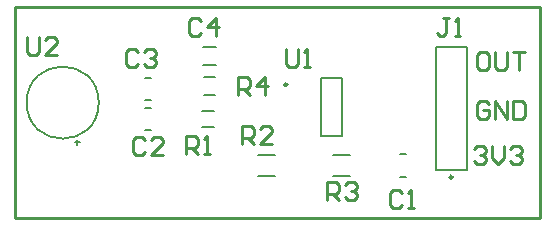
<source format=gto>
G04*
G04 #@! TF.GenerationSoftware,Altium Limited,Altium Designer,23.1.1 (15)*
G04*
G04 Layer_Color=65535*
%FSLAX44Y44*%
%MOMM*%
G71*
G04*
G04 #@! TF.SameCoordinates,77F5CA13-7D53-4519-B7AC-21487DD3C2A2*
G04*
G04*
G04 #@! TF.FilePolarity,Positive*
G04*
G01*
G75*
%ADD10C,0.2500*%
%ADD11C,0.1500*%
%ADD12C,0.2540*%
%ADD13C,0.2000*%
D10*
X571049Y817880D02*
G03*
X571049Y817880I-1250J0D01*
G01*
X711180Y739510D02*
G03*
X711180Y739510I-1250J0D01*
G01*
D11*
X411500Y802640D02*
G03*
X411500Y802640I-30500J0D01*
G01*
D12*
X340360Y704850D02*
X784860D01*
X340360Y883920D02*
X784860D01*
Y704850D02*
Y883920D01*
X340360Y704850D02*
Y883920D01*
X728980Y763266D02*
X731519Y765805D01*
X736598D01*
X739137Y763266D01*
Y760727D01*
X736598Y758187D01*
X734058D01*
X736598D01*
X739137Y755648D01*
Y753109D01*
X736598Y750570D01*
X731519D01*
X728980Y753109D01*
X744215Y765805D02*
Y755648D01*
X749293Y750570D01*
X754372Y755648D01*
Y765805D01*
X759450Y763266D02*
X761989Y765805D01*
X767068D01*
X769607Y763266D01*
Y760727D01*
X767068Y758187D01*
X764529D01*
X767068D01*
X769607Y755648D01*
Y753109D01*
X767068Y750570D01*
X761989D01*
X759450Y753109D01*
X741677Y801366D02*
X739137Y803905D01*
X734059D01*
X731520Y801366D01*
Y791209D01*
X734059Y788670D01*
X739137D01*
X741677Y791209D01*
Y796288D01*
X736598D01*
X746755Y788670D02*
Y803905D01*
X756912Y788670D01*
Y803905D01*
X761990D02*
Y788670D01*
X769608D01*
X772147Y791209D01*
Y801366D01*
X769608Y803905D01*
X761990D01*
X739137Y845815D02*
X734059D01*
X731520Y843276D01*
Y833119D01*
X734059Y830580D01*
X739137D01*
X741677Y833119D01*
Y843276D01*
X739137Y845815D01*
X746755D02*
Y833119D01*
X749294Y830580D01*
X754373D01*
X756912Y833119D01*
Y845815D01*
X761990D02*
X772147D01*
X767068D01*
Y830580D01*
X351028Y858007D02*
Y845311D01*
X353567Y842772D01*
X358646D01*
X361185Y845311D01*
Y858007D01*
X376420Y842772D02*
X366263D01*
X376420Y852929D01*
Y855468D01*
X373881Y858007D01*
X368802D01*
X366263Y855468D01*
X569722Y848101D02*
Y835405D01*
X572261Y832866D01*
X577340D01*
X579879Y835405D01*
Y848101D01*
X584957Y832866D02*
X590035D01*
X587496D01*
Y848101D01*
X584957Y845562D01*
X529594Y808992D02*
Y824228D01*
X537212D01*
X539751Y821688D01*
Y816610D01*
X537212Y814071D01*
X529594D01*
X534673D02*
X539751Y808992D01*
X552447D02*
Y824228D01*
X544829Y816610D01*
X554986D01*
X604524Y720092D02*
Y735328D01*
X612142D01*
X614681Y732788D01*
Y727710D01*
X612142Y725171D01*
X604524D01*
X609603D02*
X614681Y720092D01*
X619759Y732788D02*
X622298Y735328D01*
X627377D01*
X629916Y732788D01*
Y730249D01*
X627377Y727710D01*
X624837D01*
X627377D01*
X629916Y725171D01*
Y722632D01*
X627377Y720092D01*
X622298D01*
X619759Y722632D01*
X533146Y767588D02*
Y782823D01*
X540764D01*
X543303Y780284D01*
Y775206D01*
X540764Y772666D01*
X533146D01*
X538224D02*
X543303Y767588D01*
X558538D02*
X548381D01*
X558538Y777745D01*
Y780284D01*
X555999Y782823D01*
X550920D01*
X548381Y780284D01*
X485143Y759463D02*
Y774697D01*
X492761D01*
X495300Y772158D01*
Y767080D01*
X492761Y764541D01*
X485143D01*
X490222D02*
X495300Y759463D01*
X500378D02*
X505457D01*
X502918D01*
Y774697D01*
X500378Y772158D01*
X707641Y874517D02*
X702562D01*
X705101D01*
Y861821D01*
X702562Y859282D01*
X700023D01*
X697484Y861821D01*
X712719Y859282D02*
X717797D01*
X715258D01*
Y874517D01*
X712719Y871978D01*
X497837D02*
X495298Y874517D01*
X490219D01*
X487680Y871978D01*
Y861821D01*
X490219Y859282D01*
X495298D01*
X497837Y861821D01*
X510533Y859282D02*
Y874517D01*
X502915Y866899D01*
X513072D01*
X444751Y845816D02*
X442211Y848355D01*
X437133D01*
X434594Y845816D01*
Y835659D01*
X437133Y833120D01*
X442211D01*
X444751Y835659D01*
X449829Y845816D02*
X452368Y848355D01*
X457447D01*
X459986Y845816D01*
Y843277D01*
X457447Y840738D01*
X454907D01*
X457447D01*
X459986Y838198D01*
Y835659D01*
X457447Y833120D01*
X452368D01*
X449829Y835659D01*
X450851Y770888D02*
X448312Y773428D01*
X443233D01*
X440694Y770888D01*
Y760732D01*
X443233Y758193D01*
X448312D01*
X450851Y760732D01*
X466086Y758193D02*
X455929D01*
X466086Y768349D01*
Y770888D01*
X463547Y773428D01*
X458468D01*
X455929Y770888D01*
X668020Y726438D02*
X665481Y728978D01*
X660403D01*
X657863Y726438D01*
Y716282D01*
X660403Y713743D01*
X665481D01*
X668020Y716282D01*
X673098Y713743D02*
X678177D01*
X675638D01*
Y728978D01*
X673098Y726438D01*
D13*
X450682Y779170D02*
X455658D01*
X450682Y798170D02*
X455658D01*
X498970Y795420D02*
X508970D01*
X498970Y781920D02*
X508970D01*
X609970Y740550D02*
X624470D01*
X609970Y758050D02*
X624470D01*
X666802Y758800D02*
X671778D01*
X666802Y739800D02*
X671778D01*
X500240Y824110D02*
X510240D01*
X500240Y809110D02*
X510240D01*
X499960Y849510D02*
X510960D01*
X499960Y834510D02*
X510960D01*
X546470Y740550D02*
X560970D01*
X546470Y758050D02*
X560970D01*
X599540Y774330D02*
Y823330D01*
Y774330D02*
X617120D01*
Y823330D01*
X599540D02*
X617120D01*
X450682Y804570D02*
X455658D01*
X450682Y823570D02*
X455658D01*
X393500Y767140D02*
Y771140D01*
X391500Y769140D02*
X395500D01*
X696830Y745510D02*
X723030D01*
Y849610D01*
X696830D02*
X723030D01*
X696830Y745510D02*
Y849610D01*
M02*

</source>
